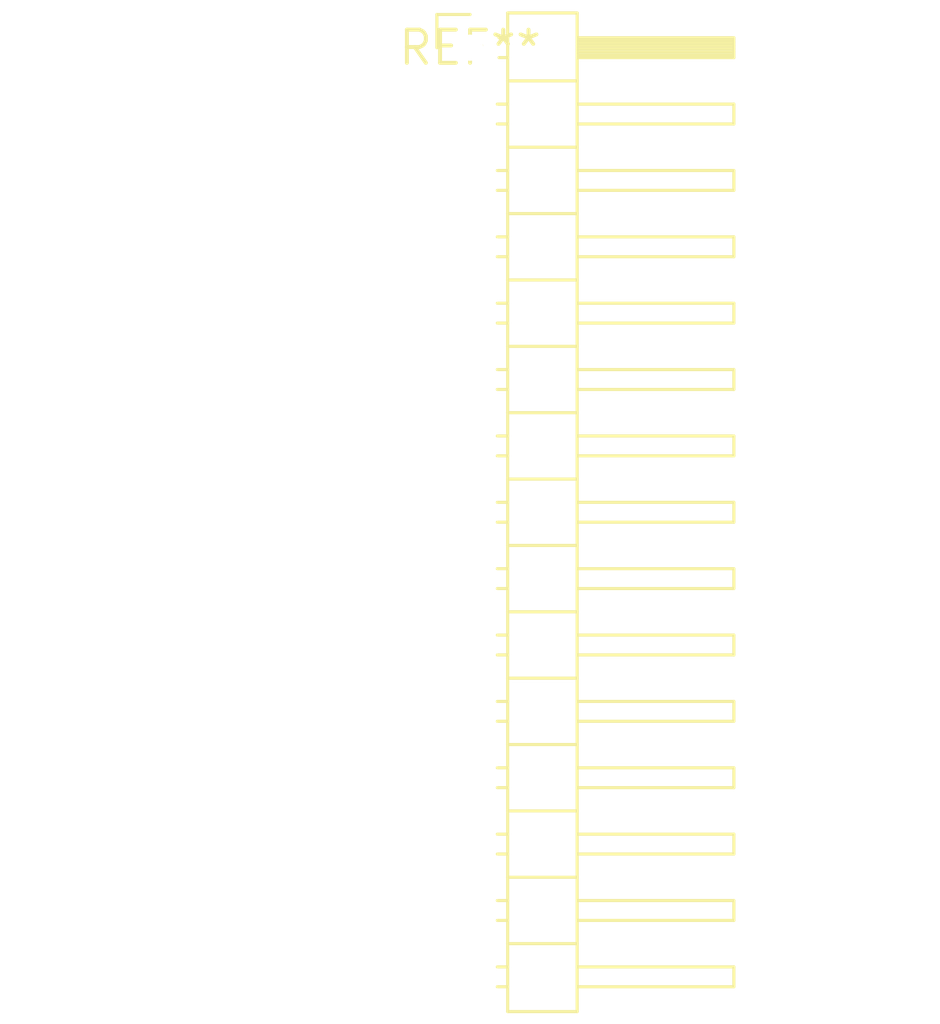
<source format=kicad_pcb>
(kicad_pcb (version 20240108) (generator pcbnew)
  (layers (0 "F.Cu" signal) (31 "B.Cu" signal) (34 "B.Paste" user) (35 "F.Paste" user) (36 "B.SilkS" user "B.Silkscreen") (37 "F.SilkS" user "F.Silkscreen") (38 "B.Mask" user) (39 "F.Mask" user) (44 "Edge.Cuts" user))
  (net 0 "")
  (footprint "PinHeader_1x15_P2.54mm_Horizontal" (layer "F.Cu") (at 0 0)
    (property "Reference" "REF**")
    (property "Value" "PinHeader_1x15_P2.54mm_Horizontal")
    (fp_line (start -1.27 -1.27) (end 0 -1.27) (layer "F.SilkS") (stroke (width 0.12)))
    (fp_line (start -1.27 0) (end -1.27 -1.27) (layer "F.SilkS") (stroke (width 0.12)))
    (fp_line (start 1.042929 2.16) (end 1.44 2.16) (layer "F.SilkS") (stroke (width 0.12)))
    (fp_line (start 1.042929 2.92) (end 1.44 2.92) (layer "F.SilkS") (stroke (width 0.12)))
    (fp_line (start 1.042929 4.7) (end 1.44 4.7) (layer "F.SilkS") (stroke (width 0.12)))
    (fp_line (start 1.042929 5.46) (end 1.44 5.46) (layer "F.SilkS") (stroke (width 0.12)))
    (fp_line (start 1.042929 7.24) (end 1.44 7.24) (layer "F.SilkS") (stroke (width 0.12)))
    (fp_line (start 1.042929 8) (end 1.44 8) (layer "F.SilkS") (stroke (width 0.12)))
    (fp_line (start 1.042929 9.78) (end 1.44 9.78) (layer "F.SilkS") (stroke (width 0.12)))
    (fp_line (start 1.042929 10.54) (end 1.44 10.54) (layer "F.SilkS") (stroke (width 0.12)))
    (fp_line (start 1.042929 12.32) (end 1.44 12.32) (layer "F.SilkS") (stroke (width 0.12)))
    (fp_line (start 1.042929 13.08) (end 1.44 13.08) (layer "F.SilkS") (stroke (width 0.12)))
    (fp_line (start 1.042929 14.86) (end 1.44 14.86) (layer "F.SilkS") (stroke (width 0.12)))
    (fp_line (start 1.042929 15.62) (end 1.44 15.62) (layer "F.SilkS") (stroke (width 0.12)))
    (fp_line (start 1.042929 17.4) (end 1.44 17.4) (layer "F.SilkS") (stroke (width 0.12)))
    (fp_line (start 1.042929 18.16) (end 1.44 18.16) (layer "F.SilkS") (stroke (width 0.12)))
    (fp_line (start 1.042929 19.94) (end 1.44 19.94) (layer "F.SilkS") (stroke (width 0.12)))
    (fp_line (start 1.042929 20.7) (end 1.44 20.7) (layer "F.SilkS") (stroke (width 0.12)))
    (fp_line (start 1.042929 22.48) (end 1.44 22.48) (layer "F.SilkS") (stroke (width 0.12)))
    (fp_line (start 1.042929 23.24) (end 1.44 23.24) (layer "F.SilkS") (stroke (width 0.12)))
    (fp_line (start 1.042929 25.02) (end 1.44 25.02) (layer "F.SilkS") (stroke (width 0.12)))
    (fp_line (start 1.042929 25.78) (end 1.44 25.78) (layer "F.SilkS") (stroke (width 0.12)))
    (fp_line (start 1.042929 27.56) (end 1.44 27.56) (layer "F.SilkS") (stroke (width 0.12)))
    (fp_line (start 1.042929 28.32) (end 1.44 28.32) (layer "F.SilkS") (stroke (width 0.12)))
    (fp_line (start 1.042929 30.1) (end 1.44 30.1) (layer "F.SilkS") (stroke (width 0.12)))
    (fp_line (start 1.042929 30.86) (end 1.44 30.86) (layer "F.SilkS") (stroke (width 0.12)))
    (fp_line (start 1.042929 32.64) (end 1.44 32.64) (layer "F.SilkS") (stroke (width 0.12)))
    (fp_line (start 1.042929 33.4) (end 1.44 33.4) (layer "F.SilkS") (stroke (width 0.12)))
    (fp_line (start 1.042929 35.18) (end 1.44 35.18) (layer "F.SilkS") (stroke (width 0.12)))
    (fp_line (start 1.042929 35.94) (end 1.44 35.94) (layer "F.SilkS") (stroke (width 0.12)))
    (fp_line (start 1.11 -0.38) (end 1.44 -0.38) (layer "F.SilkS") (stroke (width 0.12)))
    (fp_line (start 1.11 0.38) (end 1.44 0.38) (layer "F.SilkS") (stroke (width 0.12)))
    (fp_line (start 1.44 -1.33) (end 1.44 36.89) (layer "F.SilkS") (stroke (width 0.12)))
    (fp_line (start 1.44 1.27) (end 4.1 1.27) (layer "F.SilkS") (stroke (width 0.12)))
    (fp_line (start 1.44 3.81) (end 4.1 3.81) (layer "F.SilkS") (stroke (width 0.12)))
    (fp_line (start 1.44 6.35) (end 4.1 6.35) (layer "F.SilkS") (stroke (width 0.12)))
    (fp_line (start 1.44 8.89) (end 4.1 8.89) (layer "F.SilkS") (stroke (width 0.12)))
    (fp_line (start 1.44 11.43) (end 4.1 11.43) (layer "F.SilkS") (stroke (width 0.12)))
    (fp_line (start 1.44 13.97) (end 4.1 13.97) (layer "F.SilkS") (stroke (width 0.12)))
    (fp_line (start 1.44 16.51) (end 4.1 16.51) (layer "F.SilkS") (stroke (width 0.12)))
    (fp_line (start 1.44 19.05) (end 4.1 19.05) (layer "F.SilkS") (stroke (width 0.12)))
    (fp_line (start 1.44 21.59) (end 4.1 21.59) (layer "F.SilkS") (stroke (width 0.12)))
    (fp_line (start 1.44 24.13) (end 4.1 24.13) (layer "F.SilkS") (stroke (width 0.12)))
    (fp_line (start 1.44 26.67) (end 4.1 26.67) (layer "F.SilkS") (stroke (width 0.12)))
    (fp_line (start 1.44 29.21) (end 4.1 29.21) (layer "F.SilkS") (stroke (width 0.12)))
    (fp_line (start 1.44 31.75) (end 4.1 31.75) (layer "F.SilkS") (stroke (width 0.12)))
    (fp_line (start 1.44 34.29) (end 4.1 34.29) (layer "F.SilkS") (stroke (width 0.12)))
    (fp_line (start 1.44 36.89) (end 4.1 36.89) (layer "F.SilkS") (stroke (width 0.12)))
    (fp_line (start 4.1 -1.33) (end 1.44 -1.33) (layer "F.SilkS") (stroke (width 0.12)))
    (fp_line (start 4.1 -0.38) (end 10.1 -0.38) (layer "F.SilkS") (stroke (width 0.12)))
    (fp_line (start 4.1 -0.32) (end 10.1 -0.32) (layer "F.SilkS") (stroke (width 0.12)))
    (fp_line (start 4.1 -0.2) (end 10.1 -0.2) (layer "F.SilkS") (stroke (width 0.12)))
    (fp_line (start 4.1 -0.08) (end 10.1 -0.08) (layer "F.SilkS") (stroke (width 0.12)))
    (fp_line (start 4.1 0.04) (end 10.1 0.04) (layer "F.SilkS") (stroke (width 0.12)))
    (fp_line (start 4.1 0.16) (end 10.1 0.16) (layer "F.SilkS") (stroke (width 0.12)))
    (fp_line (start 4.1 0.28) (end 10.1 0.28) (layer "F.SilkS") (stroke (width 0.12)))
    (fp_line (start 4.1 2.16) (end 10.1 2.16) (layer "F.SilkS") (stroke (width 0.12)))
    (fp_line (start 4.1 4.7) (end 10.1 4.7) (layer "F.SilkS") (stroke (width 0.12)))
    (fp_line (start 4.1 7.24) (end 10.1 7.24) (layer "F.SilkS") (stroke (width 0.12)))
    (fp_line (start 4.1 9.78) (end 10.1 9.78) (layer "F.SilkS") (stroke (width 0.12)))
    (fp_line (start 4.1 12.32) (end 10.1 12.32) (layer "F.SilkS") (stroke (width 0.12)))
    (fp_line (start 4.1 14.86) (end 10.1 14.86) (layer "F.SilkS") (stroke (width 0.12)))
    (fp_line (start 4.1 17.4) (end 10.1 17.4) (layer "F.SilkS") (stroke (width 0.12)))
    (fp_line (start 4.1 19.94) (end 10.1 19.94) (layer "F.SilkS") (stroke (width 0.12)))
    (fp_line (start 4.1 22.48) (end 10.1 22.48) (layer "F.SilkS") (stroke (width 0.12)))
    (fp_line (start 4.1 25.02) (end 10.1 25.02) (layer "F.SilkS") (stroke (width 0.12)))
    (fp_line (start 4.1 27.56) (end 10.1 27.56) (layer "F.SilkS") (stroke (width 0.12)))
    (fp_line (start 4.1 30.1) (end 10.1 30.1) (layer "F.SilkS") (stroke (width 0.12)))
    (fp_line (start 4.1 32.64) (end 10.1 32.64) (layer "F.SilkS") (stroke (width 0.12)))
    (fp_line (start 4.1 35.18) (end 10.1 35.18) (layer "F.SilkS") (stroke (width 0.12)))
    (fp_line (start 4.1 36.89) (end 4.1 -1.33) (layer "F.SilkS") (stroke (width 0.12)))
    (fp_line (start 10.1 -0.38) (end 10.1 0.38) (layer "F.SilkS") (stroke (width 0.12)))
    (fp_line (start 10.1 0.38) (end 4.1 0.38) (layer "F.SilkS") (stroke (width 0.12)))
    (fp_line (start 10.1 2.16) (end 10.1 2.92) (layer "F.SilkS") (stroke (width 0.12)))
    (fp_line (start 10.1 2.92) (end 4.1 2.92) (layer "F.SilkS") (stroke (width 0.12)))
    (fp_line (start 10.1 4.7) (end 10.1 5.46) (layer "F.SilkS") (stroke (width 0.12)))
    (fp_line (start 10.1 5.46) (end 4.1 5.46) (layer "F.SilkS") (stroke (width 0.12)))
    (fp_line (start 10.1 7.24) (end 10.1 8) (layer "F.SilkS") (stroke (width 0.12)))
    (fp_line (start 10.1 8) (end 4.1 8) (layer "F.SilkS") (stroke (width 0.12)))
    (fp_line (start 10.1 9.78) (end 10.1 10.54) (layer "F.SilkS") (stroke (width 0.12)))
    (fp_line (start 10.1 10.54) (end 4.1 10.54) (layer "F.SilkS") (stroke (width 0.12)))
    (fp_line (start 10.1 12.32) (end 10.1 13.08) (layer "F.SilkS") (stroke (width 0.12)))
    (fp_line (start 10.1 13.08) (end 4.1 13.08) (layer "F.SilkS") (stroke (width 0.12)))
    (fp_line (start 10.1 14.86) (end 10.1 15.62) (layer "F.SilkS") (stroke (width 0.12)))
    (fp_line (start 10.1 15.62) (end 4.1 15.62) (layer "F.SilkS") (stroke (width 0.12)))
    (fp_line (start 10.1 17.4) (end 10.1 18.16) (layer "F.SilkS") (stroke (width 0.12)))
    (fp_line (start 10.1 18.16) (end 4.1 18.16) (layer "F.SilkS") (stroke (width 0.12)))
    (fp_line (start 10.1 19.94) (end 10.1 20.7) (layer "F.SilkS") (stroke (width 0.12)))
    (fp_line (start 10.1 20.7) (end 4.1 20.7) (layer "F.SilkS") (stroke (width 0.12)))
    (fp_line (start 10.1 22.48) (end 10.1 23.24) (layer "F.SilkS") (stroke (width 0.12)))
    (fp_line (start 10.1 23.24) (end 4.1 23.24) (layer "F.SilkS") (stroke (width 0.12)))
    (fp_line (start 10.1 25.02) (end 10.1 25.78) (layer "F.SilkS") (stroke (width 0.12)))
    (fp_line (start 10.1 25.78) (end 4.1 25.78) (layer "F.SilkS") (stroke (width 0.12)))
    (fp_line (start 10.1 27.56) (end 10.1 28.32) (layer "F.SilkS") (stroke (width 0.12)))
    (fp_line (start 10.1 28.32) (end 4.1 28.32) (layer "F.SilkS") (stroke (width 0.12)))
    (fp_line (start 10.1 30.1) (end 10.1 30.86) (layer "F.SilkS") (stroke (width 0.12)))
    (fp_line (start 10.1 30.86) (end 4.1 30.86) (layer "F.SilkS") (stroke (width 0.12)))
    (fp_line (start 10.1 32.64) (end 10.1 33.4) (layer "F.SilkS") (stroke (width 0.12)))
    (fp_line (start 10.1 33.4) (end 4.1 33.4) (layer "F.SilkS") (stroke (width 0.12)))
    (fp_line (start 10.1 35.18) (end 10.1 35.94) (layer "F.SilkS") (stroke (width 0.12)))
    (fp_line (start 10.1 35.94) (end 4.1 35.94) (layer "F.SilkS") (stroke (width 0.12)))
    (pad "1" thru_hole rect (at 0 0) (size 1.7 1.7) (drill 1) (layers *.Cu *.Mask) (remove_unused_layers))
    (pad "2" thru_hole oval (at 0 2.54) (size 1.7 1.7) (drill 1) (layers *.Cu *.Mask) (remove_unused_layers))
    (pad "3" thru_hole oval (at 0 5.08) (size 1.7 1.7) (drill 1) (layers *.Cu *.Mask) (remove_unused_layers))
    (pad "4" thru_hole oval (at 0 7.62) (size 1.7 1.7) (drill 1) (layers *.Cu *.Mask) (remove_unused_layers))
    (pad "5" thru_hole oval (at 0 10.16) (size 1.7 1.7) (drill 1) (layers *.Cu *.Mask) (remove_unused_layers))
    (pad "6" thru_hole oval (at 0 12.7) (size 1.7 1.7) (drill 1) (layers *.Cu *.Mask) (remove_unused_layers))
    (pad "7" thru_hole oval (at 0 15.24) (size 1.7 1.7) (drill 1) (layers *.Cu *.Mask) (remove_unused_layers))
    (pad "8" thru_hole oval (at 0 17.78) (size 1.7 1.7) (drill 1) (layers *.Cu *.Mask) (remove_unused_layers))
    (pad "9" thru_hole oval (at 0 20.32) (size 1.7 1.7) (drill 1) (layers *.Cu *.Mask) (remove_unused_layers))
    (pad "10" thru_hole oval (at 0 22.86) (size 1.7 1.7) (drill 1) (layers *.Cu *.Mask) (remove_unused_layers))
    (pad "11" thru_hole oval (at 0 25.4) (size 1.7 1.7) (drill 1) (layers *.Cu *.Mask) (remove_unused_layers))
    (pad "12" thru_hole oval (at 0 27.94) (size 1.7 1.7) (drill 1) (layers *.Cu *.Mask) (remove_unused_layers))
    (pad "13" thru_hole oval (at 0 30.48) (size 1.7 1.7) (drill 1) (layers *.Cu *.Mask) (remove_unused_layers))
    (pad "14" thru_hole oval (at 0 33.02) (size 1.7 1.7) (drill 1) (layers *.Cu *.Mask) (remove_unused_layers))
    (pad "15" thru_hole oval (at 0 35.56) (size 1.7 1.7) (drill 1) (layers *.Cu *.Mask) (remove_unused_layers))
  )
)
</source>
